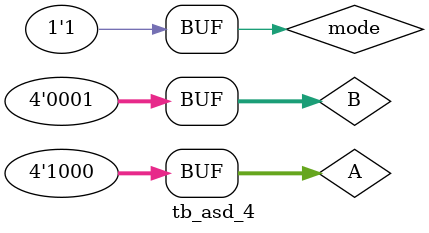
<source format=v>



`timescale 1ns / 1ps

module tb_asd_4;// Testbench module for asd_4

    // Input
    reg [3:0] A;
    reg [3:0] B;
    reg mode;

    // output
    wire [3:0] Sum;
    wire Cout;

    // UUT (Unit Under Test) 
    asd_4 UUTt (
        .A(A),
        .B(B),
        .mode(mode),
        .Sum(Sum),
        .Cout(Cout)
    );

    // Test code
    initial begin
        // register 초기화
        A = 4'b0000;
        B = 4'b0000;
        mode = 1'b0;

        // addition test
        mode = 1'b0; // Set to Addition mode

        A = 4'b0101; B = 4'b0011; #100; // 5 + 3 = 8

        A = 4'b1010; B = 4'b0110; #100; // 10 + 6 = 16 (carry)

        A = 4'b1111; B = 4'b0001; #100; // 15 + 1 = 16 (overflow)


        // subtraction test
        mode = 1'b1; // set to Subtraction mode

        A = 4'b0101; B = 4'b0011; #100; // 5 - 3 = 2

        A = 4'b0011; B = 4'b0101; #100; // 3 - 5 = -2 (borrow )
        A = 4'b1000; B = 4'b0001; #100; // 8 - 1 = 7


    end


endmodule
</source>
